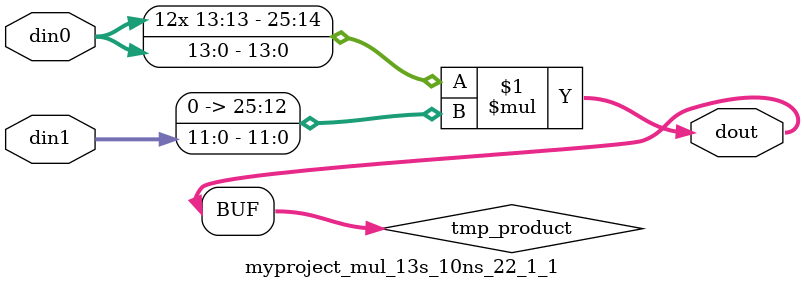
<source format=v>

`timescale 1 ns / 1 ps

 module myproject_mul_13s_10ns_22_1_1(din0, din1, dout);
parameter ID = 1;
parameter NUM_STAGE = 0;
parameter din0_WIDTH = 14;
parameter din1_WIDTH = 12;
parameter dout_WIDTH = 26;

input [din0_WIDTH - 1 : 0] din0; 
input [din1_WIDTH - 1 : 0] din1; 
output [dout_WIDTH - 1 : 0] dout;

wire signed [dout_WIDTH - 1 : 0] tmp_product;


























assign tmp_product = $signed(din0) * $signed({1'b0, din1});









assign dout = tmp_product;





















endmodule

</source>
